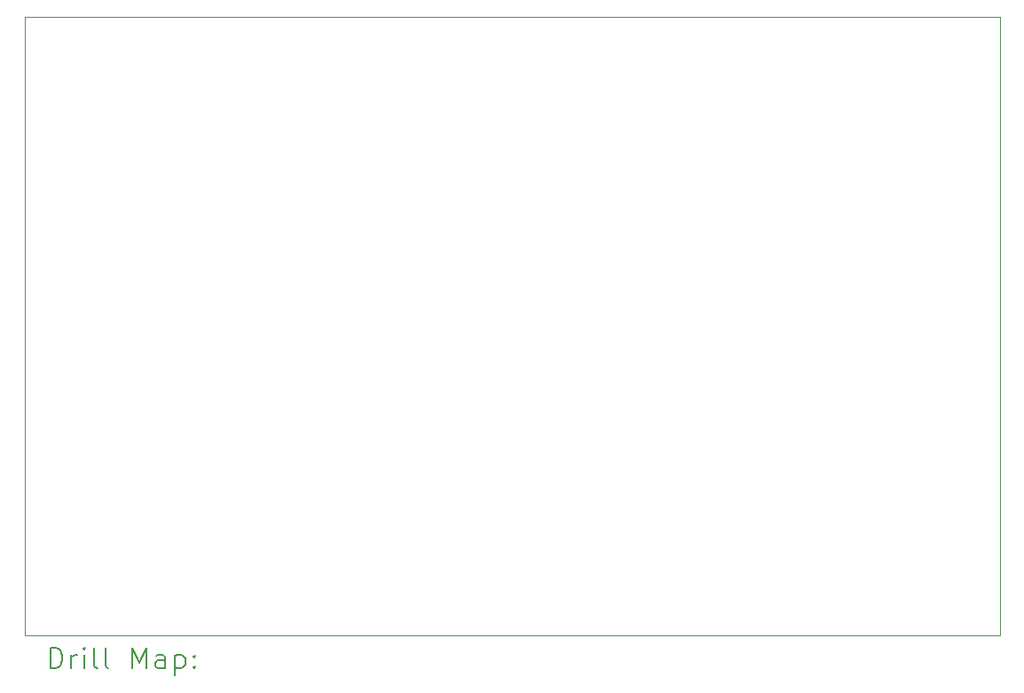
<source format=gbr>
%TF.GenerationSoftware,KiCad,Pcbnew,7.0.2*%
%TF.CreationDate,2024-01-15T12:29:37-05:00*%
%TF.ProjectId,CONTROL PCB,434f4e54-524f-44c2-9050-43422e6b6963,rev?*%
%TF.SameCoordinates,Original*%
%TF.FileFunction,Drillmap*%
%TF.FilePolarity,Positive*%
%FSLAX45Y45*%
G04 Gerber Fmt 4.5, Leading zero omitted, Abs format (unit mm)*
G04 Created by KiCad (PCBNEW 7.0.2) date 2024-01-15 12:29:37*
%MOMM*%
%LPD*%
G01*
G04 APERTURE LIST*
%ADD10C,0.100000*%
%ADD11C,0.200000*%
G04 APERTURE END LIST*
D10*
X17200000Y-8200000D02*
X7900000Y-8200000D01*
X7900000Y-2300000D01*
X17200000Y-2300000D01*
X17200000Y-8200000D01*
D11*
X8142619Y-8517524D02*
X8142619Y-8317524D01*
X8142619Y-8317524D02*
X8190238Y-8317524D01*
X8190238Y-8317524D02*
X8218809Y-8327048D01*
X8218809Y-8327048D02*
X8237857Y-8346095D01*
X8237857Y-8346095D02*
X8247381Y-8365143D01*
X8247381Y-8365143D02*
X8256905Y-8403238D01*
X8256905Y-8403238D02*
X8256905Y-8431810D01*
X8256905Y-8431810D02*
X8247381Y-8469905D01*
X8247381Y-8469905D02*
X8237857Y-8488952D01*
X8237857Y-8488952D02*
X8218809Y-8508000D01*
X8218809Y-8508000D02*
X8190238Y-8517524D01*
X8190238Y-8517524D02*
X8142619Y-8517524D01*
X8342619Y-8517524D02*
X8342619Y-8384190D01*
X8342619Y-8422286D02*
X8352143Y-8403238D01*
X8352143Y-8403238D02*
X8361667Y-8393714D01*
X8361667Y-8393714D02*
X8380714Y-8384190D01*
X8380714Y-8384190D02*
X8399762Y-8384190D01*
X8466429Y-8517524D02*
X8466429Y-8384190D01*
X8466429Y-8317524D02*
X8456905Y-8327048D01*
X8456905Y-8327048D02*
X8466429Y-8336571D01*
X8466429Y-8336571D02*
X8475952Y-8327048D01*
X8475952Y-8327048D02*
X8466429Y-8317524D01*
X8466429Y-8317524D02*
X8466429Y-8336571D01*
X8590238Y-8517524D02*
X8571190Y-8508000D01*
X8571190Y-8508000D02*
X8561667Y-8488952D01*
X8561667Y-8488952D02*
X8561667Y-8317524D01*
X8695000Y-8517524D02*
X8675952Y-8508000D01*
X8675952Y-8508000D02*
X8666429Y-8488952D01*
X8666429Y-8488952D02*
X8666429Y-8317524D01*
X8923571Y-8517524D02*
X8923571Y-8317524D01*
X8923571Y-8317524D02*
X8990238Y-8460381D01*
X8990238Y-8460381D02*
X9056905Y-8317524D01*
X9056905Y-8317524D02*
X9056905Y-8517524D01*
X9237857Y-8517524D02*
X9237857Y-8412762D01*
X9237857Y-8412762D02*
X9228333Y-8393714D01*
X9228333Y-8393714D02*
X9209286Y-8384190D01*
X9209286Y-8384190D02*
X9171190Y-8384190D01*
X9171190Y-8384190D02*
X9152143Y-8393714D01*
X9237857Y-8508000D02*
X9218810Y-8517524D01*
X9218810Y-8517524D02*
X9171190Y-8517524D01*
X9171190Y-8517524D02*
X9152143Y-8508000D01*
X9152143Y-8508000D02*
X9142619Y-8488952D01*
X9142619Y-8488952D02*
X9142619Y-8469905D01*
X9142619Y-8469905D02*
X9152143Y-8450857D01*
X9152143Y-8450857D02*
X9171190Y-8441333D01*
X9171190Y-8441333D02*
X9218810Y-8441333D01*
X9218810Y-8441333D02*
X9237857Y-8431810D01*
X9333095Y-8384190D02*
X9333095Y-8584190D01*
X9333095Y-8393714D02*
X9352143Y-8384190D01*
X9352143Y-8384190D02*
X9390238Y-8384190D01*
X9390238Y-8384190D02*
X9409286Y-8393714D01*
X9409286Y-8393714D02*
X9418810Y-8403238D01*
X9418810Y-8403238D02*
X9428333Y-8422286D01*
X9428333Y-8422286D02*
X9428333Y-8479429D01*
X9428333Y-8479429D02*
X9418810Y-8498476D01*
X9418810Y-8498476D02*
X9409286Y-8508000D01*
X9409286Y-8508000D02*
X9390238Y-8517524D01*
X9390238Y-8517524D02*
X9352143Y-8517524D01*
X9352143Y-8517524D02*
X9333095Y-8508000D01*
X9514048Y-8498476D02*
X9523571Y-8508000D01*
X9523571Y-8508000D02*
X9514048Y-8517524D01*
X9514048Y-8517524D02*
X9504524Y-8508000D01*
X9504524Y-8508000D02*
X9514048Y-8498476D01*
X9514048Y-8498476D02*
X9514048Y-8517524D01*
X9514048Y-8393714D02*
X9523571Y-8403238D01*
X9523571Y-8403238D02*
X9514048Y-8412762D01*
X9514048Y-8412762D02*
X9504524Y-8403238D01*
X9504524Y-8403238D02*
X9514048Y-8393714D01*
X9514048Y-8393714D02*
X9514048Y-8412762D01*
M02*

</source>
